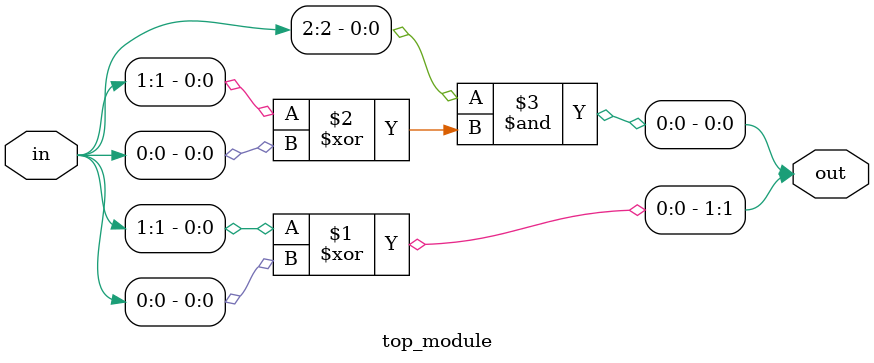
<source format=sv>
module top_module (
	input [2:0] in,
	output [1:0] out
);
	assign out[1] = in[1] ^ in[0];
	assign out[0] = in[2] & (in[1] ^ in[0]);
endmodule

</source>
